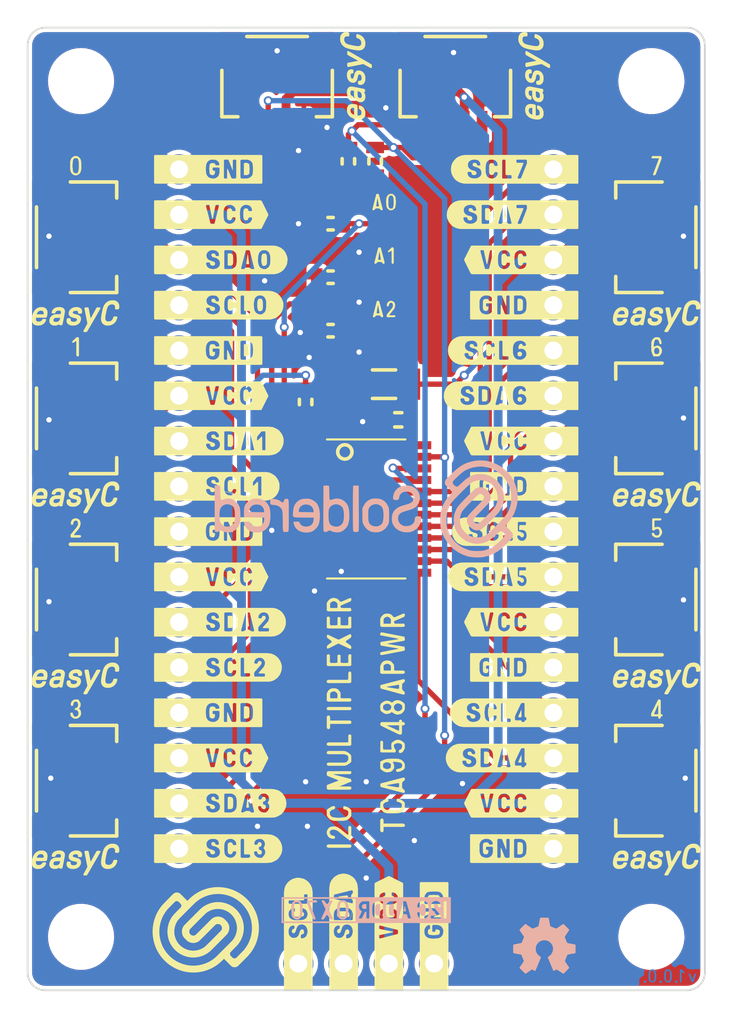
<source format=kicad_pcb>
(kicad_pcb (version 20210623) (generator pcbnew)
  (layers (0 "F.Cu" signal) (31 "B.Cu" signal) (34 "B.Paste" user) (35 "F.Paste" user) (36 "B.SilkS" user "B.Silkscreen") (37 "F.SilkS" user "F.Silkscreen") (38 "B.Mask" user) (39 "F.Mask" user) (44 "Edge.Cuts" user))
  (net 0 "")
  (net 1 "GND")
  (net 2 "VCC")
  (net 3 "A0")
  (net 4 "A1")
  (net 5 "A2")
  (net 6 "SCL")
  (net 7 "SDA")
  (net 8 "SDA4")
  (net 9 "SCL4")
  (net 10 "SDA0")
  (net 11 "SCL0")
  (net 12 "SDA1")
  (net 13 "SCL1")
  (net 14 "SDA5")
  (net 15 "SCL5")
  (net 16 "SDA2")
  (net 17 "SCL2")
  (net 18 "SDA6")
  (net 19 "SCL6")
  (net 20 "SDA3")
  (net 21 "SCL3")
  (net 22 "SDA7")
  (net 23 "SCL7")
  (net 24 "Net-(R4-Pad2)")
  (footprint "buzzardLabel" (layer "F.Cu") (at 131 106.85)
    (fp_text reference "")
    (fp_text value "")
  )
  (footprint "buzzardLabel" (layer "F.Cu") (at 119.7 102)
    (fp_text reference "")
    (fp_text value "")
  )
  (footprint "e-radionica.com footprinti:easyC-connector" (layer "F.Cu") (at 103 128.44 90)
    (fp_text reference "K18")
    (fp_text value "easyC-SMD")
  )
  (footprint "buzzardLabel" (layer "F.Cu") (at 131 117.01)
    (fp_text reference "")
    (fp_text value "")
  )
  (footprint "buzzardLabel" (layer "F.Cu") (at 106.4 96.69)
    (fp_text reference "")
    (fp_text value "")
  )
  (footprint "buzzardLabel" (layer "F.Cu") (at 114.89 140.6 90)
    (fp_text reference "")
    (fp_text value "")
  )
  (footprint "buzzardLabel" (layer "F.Cu") (at 106.4 122.09)
    (fp_text reference "")
    (fp_text value "")
  )
  (footprint "buzzardLabel" (layer "F.Cu") (at 106.4 114.47)
    (fp_text reference "")
    (fp_text value "")
  )
  (footprint "e-radionica.com footprinti:FIDUCIAL_23" (layer "F.Cu") (at 128.7 137.2)
    (fp_text reference "FD1")
    (fp_text value "FIDUCIAL")
  )
  (footprint "buzzardLabel" (layer "F.Cu") (at 122.51 140.6 90)
    (fp_text reference "")
    (fp_text value "")
  )
  (footprint "buzzardLabel" (layer "F.Cu") (at 131 132.25)
    (fp_text reference "")
    (fp_text value "")
  )
  (footprint "e-radionica.com footprinti:0603R" (layer "F.Cu") (at 116.7 97.2)
    (fp_text reference "R1")
    (fp_text value "10k")
  )
  (footprint "buzzardLabel" (layer "F.Cu") (at 106.4 127.17)
    (fp_text reference "")
    (fp_text value "")
  )
  (footprint "Soldered Graphics:Logo-Front-easyC-5mm" (layer "F.Cu") (at 102.4 122.68)
    (fp_text reference "G***" hide)
    (fp_text value "LOGO" hide)
  )
  (footprint "buzzardLabel" (layer "F.Cu") (at 120.2 125.2 90)
    (fp_text reference "")
    (fp_text value "")
  )
  (footprint "buzzardLabel" (layer "F.Cu") (at 131 101.77)
    (fp_text reference "")
    (fp_text value "")
  )
  (footprint "buzzardLabel" (layer "F.Cu") (at 106.4 117.01)
    (fp_text reference "")
    (fp_text value "")
  )
  (footprint "e-radionica.com footprinti:easyC-connector" (layer "F.Cu") (at 103 118.28 90)
    (fp_text reference "K14")
    (fp_text value "easyC-SMD")
  )
  (footprint "buzzardLabel" (layer "F.Cu") (at 106.4 106.85)
    (fp_text reference "")
    (fp_text value "")
  )
  (footprint "e-radionica.com footprinti:easyC-connector" (layer "F.Cu") (at 123.7 89.5)
    (fp_text reference "K2")
    (fp_text value "easyC-SMD")
  )
  (footprint "buzzardLabel" (layer "F.Cu") (at 131 109.39)
    (fp_text reference "")
    (fp_text value "")
  )
  (footprint "e-radionica.com footprinti:easyC-connector" (layer "F.Cu") (at 103 108.12 90)
    (fp_text reference "K10")
    (fp_text value "easyC-SMD")
  )
  (footprint "e-radionica.com footprinti:HEADER_MALE_4X1" (layer "F.Cu") (at 108.2 118.28 -90)
    (fp_text reference "K12")
    (fp_text value "HEADER_MALE_4X1")
  )
  (footprint "buzzardLabel" (layer "F.Cu") (at 135 124.44)
    (fp_text reference "")
    (fp_text value "")
  )
  (footprint "e-radionica.com footprinti:SMD_JUMPER" (layer "F.Cu") (at 119.7 97.2)
    (fp_text reference "JP1")
    (fp_text value "SMD_JUMPER")
  )
  (footprint "buzzardLabel" (layer "F.Cu") (at 106.4 132.25)
    (fp_text reference "")
    (fp_text value "")
  )
  (footprint "e-radionica.com footprinti:0603R" (layer "F.Cu") (at 119.2 93.7 -90)
    (fp_text reference "R6")
    (fp_text value "10k")
  )
  (footprint "buzzardLabel" (layer "F.Cu") (at 119.7 96)
    (fp_text reference "")
    (fp_text value "")
  )
  (footprint "buzzardLabel" (layer "F.Cu") (at 106.4 124.63)
    (fp_text reference "")
    (fp_text value "")
  )
  (footprint "e-radionica.com footprinti:TSSOP-24" (layer "F.Cu") (at 118.7 113.2)
    (fp_text reference "U1")
    (fp_text value "TCA9548APWR")
  )
  (footprint "buzzardLabel" (layer "F.Cu") (at 102.4 114.28)
    (fp_text reference "")
    (fp_text value "")
  )
  (footprint "e-radionica.com footprinti:easyC-connector" (layer "F.Cu") (at 134.4 108.12 -90)
    (fp_text reference "K15")
    (fp_text value "easyC-SMD")
  )
  (footprint "buzzardLabel" (layer "F.Cu") (at 131 111.93)
    (fp_text reference "")
    (fp_text value "")
  )
  (footprint "e-radionica.com footprinti:HEADER_MALE_4X1" (layer "F.Cu") (at 129.2 128.44 90)
    (fp_text reference "K4")
    (fp_text value "HEADER_MALE_4X1")
  )
  (footprint "buzzardLabel" (layer "F.Cu") (at 131 127.17)
    (fp_text reference "")
    (fp_text value "")
  )
  (footprint "e-radionica.com footprinti:0603R" (layer "F.Cu") (at 116.7 103.2)
    (fp_text reference "R3")
    (fp_text value "10k")
  )
  (footprint "buzzardLabel" (layer "F.Cu") (at 106.4 101.77)
    (fp_text reference "")
    (fp_text value "")
  )
  (footprint "e-radionica.com footprinti:HOLE_3.2mm" (layer "F.Cu") (at 102.7 89.2)
    (fp_text reference "H2" hide)
    (fp_text value "HOLE_3.2mm" hide)
  )
  (footprint "e-radionica.com footprinti:HOLE_3.2mm" (layer "F.Cu") (at 102.7 137.2)
    (fp_text reference "H1" hide)
    (fp_text value "HOLE_3.2mm" hide)
  )
  (footprint "e-radionica.com footprinti:easyC-connector" (layer "F.Cu") (at 134.4 118.28 -90)
    (fp_text reference "K11")
    (fp_text value "easyC-SMD")
  )
  (footprint "e-radionica.com footprinti:SMD_JUMPER" (layer "F.Cu") (at 119.7 103.2)
    (fp_text reference "JP3")
    (fp_text value "SMD_JUMPER")
  )
  (footprint "e-radionica.com footprinti:easyC-connector" (layer "F.Cu") (at 134.4 97.96 -90)
    (fp_text reference "K19")
    (fp_text value "easyC-SMD")
  )
  (footprint "Soldered Graphics:Logo-Front-easyC-5mm" (layer "F.Cu") (at 128.1 88.9 90)
    (fp_text reference "G***" hide)
    (fp_text value "LOGO" hide)
  )
  (footprint "buzzardLabel" (layer "F.Cu") (at 102.4 104.12)
    (fp_text reference "")
    (fp_text value "")
  )
  (footprint "e-radionica.com footprinti:0603R" (layer "F.Cu") (at 116.7 100.2)
    (fp_text reference "R2")
    (fp_text value "10k")
  )
  (footprint "e-radionica.com footprinti:HEADER_MALE_4X1" (layer "F.Cu") (at 129.2 97.96 90)
    (fp_text reference "K17")
    (fp_text value "HEADER_MALE_4X1")
  )
  (footprint "buzzardLabel" (layer "F.Cu") (at 102.4 124.44)
    (fp_text reference "")
    (fp_text value "")
  )
  (footprint "e-radionica.com footprinti:HOLE_3.2mm" (layer "F.Cu") (at 134.7 89.2)
    (fp_text reference "H4" hide)
    (fp_text value "HOLE_3.2mm" hide)
  )
  (footprint "e-radionica.com footprinti:easyC-connector" (layer "F.Cu") (at 134.4 128.44 -90)
    (fp_text reference "K6")
    (fp_text value "easyC-SMD")
  )
  (footprint "e-radionica.com footprinti:easyC-connector" (layer "F.Cu") (at 103 97.96 90)
    (fp_text reference "K7")
    (fp_text value "easyC-SMD")
  )
  (footprint "buzzardLabel" (layer "F.Cu") (at 131 99.23)
    (fp_text reference "")
    (fp_text value "")
  )
  (footprint "buzzardLabel" (layer "F.Cu") (at 131 129.71)
    (fp_text reference "")
    (fp_text value "")
  )
  (footprint "buzzardLabel" (layer "F.Cu") (at 119.7 99)
    (fp_text reference "")
    (fp_text value "")
  )
  (footprint "buzzardLabel" (layer "F.Cu") (at 106.4 119.55)
    (fp_text reference "")
    (fp_text value "")
  )
  (footprint "Soldered Graphics:Logo-Front-easyC-5mm" (layer "F.Cu") (at 135 122.68)
    (fp_text reference "G***" hide)
    (fp_text value "LOGO" hide)
  )
  (footprint "Soldered Graphics:Logo-Front-easyC-5mm" (layer "F.Cu") (at 102.4 112.52)
    (fp_text reference "G***" hide)
    (fp_text value "LOGO" hide)
  )
  (footprint "buzzardLabel" (layer "F.Cu") (at 106.4 129.71)
    (fp_text reference "")
    (fp_text value "")
  )
  (footprint "e-radionica.com footprinti:HEADER_MALE_4X1" (layer "F.Cu") (at 108.2 97.96 -90)
    (fp_text reference "K5")
    (fp_text value "HEADER_MALE_4X1")
  )
  (footprint "buzzardLabel" (layer "F.Cu") (at 131 96.69)
    (fp_text reference "")
    (fp_text value "")
  )
  (footprint "buzzardLabel" (layer "F.Cu") (at 131 94.15)
    (fp_text reference "")
    (fp_text value "")
  )
  (footprint "e-radionica.com footprinti:HOLE_3.2mm" (layer "F.Cu") (at 134.7 137.2)
    (fp_text reference "H3" hide)
    (fp_text value "HOLE_3.2mm" hide)
  )
  (footprint "e-radionica.com footprinti:HEADER_MALE_4X1" (layer "F.Cu") (at 129.2 108.12 90)
    (fp_text reference "K13")
    (fp_text value "HEADER_MALE_4X1")
  )
  (footprint "buzzardLabel" (layer "F.Cu") (at 106.4 109.39)
    (fp_text reference "")
    (fp_text value "")
  )
  (footprint "buzzardLabel" (layer "F.Cu") (at 106.4 94.15)
    (fp_text reference "")
    (fp_text value "")
  )
  (footprint "e-radionica.com footprinti:SMD_JUMPER" (layer "F.Cu") (at 119.7 100.2)
    (fp_text reference "JP2")
    (fp_text value "SMD_JUMPER")
  )
  (footprint "Soldered Graphics:Logo-Front-easyC-5mm" (layer "F.Cu") (at 102.4 102.36)
    (fp_text reference "G***" hide)
    (fp_text value "LOGO" hide)
  )
  (footprint "buzzardLabel" (layer "F.Cu") (at 135 93.96)
    (fp_text reference "")
    (fp_text value "")
  )
  (footprint "buzzardLabel" (layer "F.Cu") (at 131 122.09)
    (fp_text reference "")
    (fp_text value "")
  )
  (footprint "buzzardLabel" (layer "F.Cu") (at 135 114.28)
    (fp_text reference "")
    (fp_text value "")
  )
  (footprint "buzzardLabel" (layer "F.Cu") (at 131 124.63)
    (fp_text reference "")
    (fp_text value "")
  )
  (footprint "buzzardLabel" (layer "F.Cu") (at 106.4 99.23)
    (fp_text reference "")
    (fp_text value "")
  )
  (footprint "buzzardLabel" (layer "F.Cu") (at 106.4 104.31)
    (fp_text reference "")
    (fp_text value "")
  )
  (footprint "Soldered Graphics:Logo-Front-easyC-5mm" (layer "F.Cu") (at 135 112.52)
    (fp_text reference "G***" hide)
    (fp_text value "LOGO" hide)
  )
  (footprint "Soldered Graphics:Logo-Front-easyC-5mm" (layer "F.Cu") (at 102.4 132.84)
    (fp_text reference "G***" hide)
    (fp_text value "LOGO" hide)
  )
  (footprint "e-radionica.com footprinti:0603C" (layer "F.Cu") (at 120.5 108.2)
    (fp_text reference "C1")
    (fp_text value "100n")
  )
  (footprint "buzzardLabel" (layer "F.Cu") (at 135 104.12)
    (fp_text reference "")
    (fp_text value "")
  )
  (footprint "buzzardLabel" (layer "F.Cu") (at 102.4 93.96)
    (fp_text reference "")
    (fp_text value "")
  )
  (footprint "buzzardLabel" (layer "F.Cu") (at 131 104.31)
    (fp_text reference "")
    (fp_text value "")
  )
  (footprint "Soldered Graphics:Logo-Back-OSH-3.5mm" (layer "F.Cu") (at 128.7 137.7)
    (fp_text reference "G***" hide)
    (fp_text value "LOGO" hide)
  )
  (footprint "e-radionica.com footprinti:HEADER_MALE_4X1" (layer "F.Cu") (at 118.7 138.7 180)
    (fp_text reference "K3")
    (fp_text value "HEADER_MALE_4X1")
  )
  (footprint "e-radionica.com footprinti:easyC-connector" (layer "F.Cu") (at 113.7 89.5)
    (fp_text reference "K1")
    (fp_text value "easyC-SMD")
  )
  (footprint "buzzardLabel" (layer "F.Cu") (at 131 119.55)
    (fp_text reference "")
    (fp_text value "")
  )
  (footprint "buzzardLabel" (layer "F.Cu") (at 117.43 140.6 90)
    (fp_text reference "")
    (fp_text value "")
  )
  (footprint "buzzardLabel" (layer "F.Cu") (at 119.97 140.6 90)
    (fp_text reference "")
    (fp_text value "")
  )
  (footprint "Soldered Graphics:Logo-Back-SolderedFULL-17mm" (layer "F.Cu") (at 118.7 113.2)
    (fp_text reference "REF**" hide)
    (fp_text value "Logo-Front-SolderedFULL-17mm" hide)
  )
  (footprint "e-radionica.com footprinti:HEADER_MALE_4X1" (layer "F.Cu") (at 108.2 128.44 -90)
    (fp_text reference "K16")
    (fp_text value "HEADER_MALE_4X1")
  )
  (footprint "e-radionica.com footprinti:HEADER_MALE_4X1" (layer "F.Cu") (at 108.2 108.12 -90)
    (fp_text reference "K8")
    (fp_text value "HEADER_MALE_4X1")
  )
  (footprint "Soldered Graphics:Logo-Front-easyC-5mm" (layer "F.Cu") (at 118.1 88.9 90)
    (fp_text reference "G***" hide)
    (fp_text value "LOGO" hide)
  )
  (footprint "e-radionica.com footprinti:HEADER_MALE_4X1" (layer "F.Cu") (at 129.2 118.28 90)
    (fp_text reference "K9")
    (fp_text value "HEADER_MALE_4X1")
  )
  (footprint "e-radionica.com footprinti:1206C" (layer "F.Cu") (at 119.7 106.2 180)
    (fp_text reference "C2")
    (fp_text value "10u")
  )
  (footprint "e-radionica.com footprinti:0603R" (layer "F.Cu") (at 115.3 107.2 -90)
    (fp_text reference "R4")
    (fp_text value "10k")
  )
  (footprint "buzzardLabel" (layer "F.Cu") (at 131 114.47)
    (fp_text reference "")
    (fp_text value "")
  )
  (footprint "buzzardLabel" (layer "F.Cu") (at 117.2 125.2 90)
    (fp_text reference "")
    (fp_text value "")
  )
  (footprint "e-radionica.com footprinti:0603R" (layer "F.Cu") (at 117.7 93.7 -90)
    (fp_text reference "R5")
    (fp_text value "10k")
  )
  (footprint "Soldered Graphics:Logo-Front-easyC-5mm" (layer "F.Cu") (at 135 132.84)
    (fp_text reference "G***" hide)
    (fp_text value "LOGO" hide)
  )
  (footprint "Soldered Graphics:Logo-Front-easyC-5mm" (layer "F.Cu") (at 135 102.36)
    (fp_text reference "G***" hide)
    (fp_text value "LOGO" hide)
  )
  (footprint "Soldered Graphics:Logo-Front-Soldered-6mm" (layer "F.Cu") (at 109.7 136.8 90)
    (fp_text reference "G***" hide)
    (fp_text value "LOGO" hide)
  )
  (footprint "buzzardLabel" (layer "F.Cu") (at 106.4 111.93)
    (fp_text reference "")
    (fp_text value "")
  )
  (footprint "Soldered Graphics:Version1.0.0." (layer "B.Cu") (at 135.7 139.4 180)
    (fp_text reference "Ref**" hide)
    (fp_text value "Val**" hide)
  )
  (footprint "Soldered Graphics:Symbol-Front-I2C-ADDR-Field" (layer "B.Cu") (at 118.7 135.7 180)
    (fp_text reference "REF**" hide)
    (fp_text value "Symbol-Front-I2C-ADDR-Field" hide)
  )
  (footprint "buzzardLabel" (layer "B.Cu") (at 116.1 135.7 180)
    (fp_text reference "")
    (fp_text value "")
  )
  (gr_arc (start 100.7 139.2) (end 100.7 140.2) (angle 90) (layer "Edge.Cuts") (width 0.1))
  (gr_arc (start 100.7 87.2) (end 100.7 86.2) (angle -90) (layer "Edge.Cuts") (width 0.1))
  (gr_line (start 137.7 87.2) (end 137.7 139.2) (layer "Edge.Cuts") (width 0.1))
  (gr_arc (start 136.7 87.2) (end 136.7 86.2) (angle 90) (layer "Edge.Cuts") (width 0.1))
  (gr_arc (start 136.7 139.2) (end 136.7 140.2) (angle -90) (layer "Edge.Cuts") (width 0.1))
  (gr_line (start 136.7 140.2) (end 100.7 140.2) (layer "Edge.Cuts") (width 0.1))
  (gr_line (start 99.7 139.2) (end 99.7 87.2) (layer "Edge.Cuts") (width 0.1))
  (gr_line (start 100.7 86.2) (end 136.7 86.2) (layer "Edge.Cuts") (width 0.1))
  (via (at 118.3 98.8) (size 0.5) (drill 0.3) (layers "F.Cu" "B.Cu") (net 1))
  (via (at 118.7 133.9) (size 0.5) (drill 0.3) (layers "F.Cu" "B.Cu") (net 1))
  (via (at 100.9 97.9) (size 0.5) (drill 0.3) (layers "F.Cu" "B.Cu") (net 1))
  (via (at 115.5 104.7) (size 0.5) (drill 0.3) (layers "F.Cu" "B.Cu") (net 1))
  (via (at 119.8 90.7) (size 0.5) (drill 0.3) (layers "F.Cu" "B.Cu") (net 1))
  (via (at 115.8 117.8) (size 0.5) (drill 0.3) (layers "F.Cu" "B.Cu") (net 1))
  (via (at 114.9 97.2) (size 0.5) (drill 0.3) (layers "F.Cu" "B.Cu") (net 1))
  (via (at 124.1 128.6) (size 0.5) (drill 0.3) (layers "F.Cu" "B.Cu") (net 1))
  (via (at 101 128.3) (size 0.5) (drill 0.3) (layers "F.Cu" "B.Cu") (net 1))
  (via (at 113.4 114.4) (size 0.5) (drill 0.3) (layers "F.Cu" "B.Cu") (net 1))
  (via (at 118.3 101.6) (size 0.5) (drill 0.3) (layers "F.Cu" "B.Cu") (net 1))
  (via (at 100.9 118.4) (size 0.5) (drill 0.3) (layers "F.Cu" "B.Cu") (net 1))
  (via (at 121.4 131.8) (size 0.5) (drill 0.3) (layers "F.Cu" "B.Cu") (net 1))
  (via (at 123.6 87.6) (size 0.5) (drill 0.3) (layers "F.Cu" "B.Cu") (net 1))
  (via (at 115 103.3) (size 0.5) (drill 0.3) (layers "F.Cu" "B.Cu") (net 1))
  (via (at 100.9 108.2) (size 0.5) (drill 0.3) (layers "F.Cu" "B.Cu") (net 1))
  (via (at 116.5 91.8) (size 0.5) (drill 0.3) (layers "F.Cu" "B.Cu") (net 1))
  (via (at 136.6 128.3) (size 0.5) (drill 0.3) (layers "F.Cu" "B.Cu") (net 1))
  (via (at 112.6 131) (size 0.5) (drill 0.3) (layers "F.Cu" "B.Cu") (net 1))
  (via (at 136.5 97.9) (size 0.5) (drill 0.3) (layers "F.Cu" "B.Cu") (net 1))
  (via (at 113 100.4) (size 0.5) (drill 0.3) (layers "F.Cu" "B.Cu") (net 1))
  (via (at 118.7 128.5) (size 0.5) (drill 0.3) (layers "F.Cu" "B.Cu") (net 1))
  (via (at 114.9 93.1) (size 0.5) (drill 0.3) (layers "F.Cu" "B.Cu") (net 1))
  (via (at 118.3 104.4) (size 0.5) (drill 0.3) (layers "F.Cu" "B.Cu") (net 1))
  (via (at 117.3 116.7) (size 0.5) (drill 0.3) (layers "F.Cu" "B.Cu") (net 1))
  (via (at 113.7 87.5) (size 0.5) (drill 0.3) (layers "F.Cu" "B.Cu") (net 1))
  (via (at 115.4 131) (size 0.5) (drill 0.3) (layers "F.Cu" "B.Cu") (net 1))
  (via (at 115.3 128.5) (size 0.5) (drill 0.3) (layers "F.Cu" "B.Cu") (net 1))
  (via (at 136.5 108.1) (size 0.5) (drill 0.3) (layers "F.Cu" "B.Cu") (net 1))
  (via (at 118.5 108.3) (size 0.5) (drill 0.3) (layers "F.Cu" "B.Cu") (net 1))
  (via (at 136.5 118.3) (size 0.5) (drill 0.3) (layers "F.Cu" "B.Cu") (net 1))
  (segment (start 107.43 107.62) (end 108.2 106.85) (width 0.3) (layer "F.Cu") (net 2))
  (segment (start 129.97 108.62) (end 129.2 109.39) (width 0.3) (layer "F.Cu") (net 2))
  (segment (start 132.25 98.46) (end 129.97 98.46) (width 0.3) (layer "F.Cu") (net 2))
  (segment (start 120.05 97.2) (end 120.05 100.2) (width 0.3) (layer "F.Cu") (net 2))
  (segment (start 114.6 89.8) (end 123.9 89.8) (width 0.5) (layer "F.Cu") (net 2))
  (segment (start 106.54 97.46) (end 107.31 96.69) (width 0.3) (layer "F.Cu") (net 2))
  (segment (start 121.23 109.255) (end 121.6 109.625) (width 0.3) (layer "F.Cu") (net 2))
  (segment (start 123.7 106.2) (end 124.2 105.7) (width 0.3) (layer "F.Cu") (net 2))
  (segment (start 132.25 108.62) (end 129.97 108.62) (width 0.3) (layer "F.Cu") (net 2))
  (segment (start 106.46 127.94) (end 107.23 127.17) (width 0.3) (layer "F.Cu") (net 2))
  (segment (start 120.05 103.2) (end 120.05 103.85) (width 0.3) (layer "F.Cu") (net 2))
  (segment (start 120.05 96.05) (end 120.05 97.2) (width 0.3) (layer "F.Cu") (net 2))
  (segment (start 106.42 117.78) (end 107.19 117.01) (width 0.3) (layer "F.Cu") (net 2))
  (segment (start 121.225 106.2) (end 123.7 106.2) (width 0.3) (layer "F.Cu") (net 2))
  (segment (start 105.15 127.94) (end 106.46 127.94) (width 0.3) (layer "F.Cu") (net 2))
  (segment (start 131.26 128.94) (end 130.49 129.71) (width 0.3) (layer "F.Cu") (net 2))
  (segment (start 119.2 94.475) (end 117.7 94.475) (width 0.3) (layer "F.Cu") (net 2))
  (segment (start 105.15 107.62) (end 107.43 107.62) (width 0.3) (layer "F.Cu") (net 2))
  (segment (start 121.23 108.2) (end 121.23 109.255) (width 0.3) (layer "F.Cu") (net 2))
  (segment (start 119.2 94.475) (end 119.2 95.2) (width 0.3) (layer "F.Cu") (net 2))
  (segment (start 124.2 90.1) (end 124.2 91.65) (width 0.5) (layer "F.Cu") (net 2))
  (segment (start 123.9 89.8) (end 124.2 90.1) (width 0.5) (layer "F.Cu") (net 2))
  (segment (start 107.23 127.17) (end 108.2 127.17) (width 0.3) (layer "F.Cu") (net 2))
  (segment (start 114.2 90.2) (end 114.6 89.8) (width 0.5) (layer "F.Cu") (net 2))
  (segment (start 131.12 118.78) (end 130.35 119.55) (width 0.3) (layer "F.Cu") (net 2))
  (segment (start 119.2 95.2) (end 120.05 96.05) (width 0.3) (layer "F.Cu") (net 2))
  (segment (start 132.25 118.78) (end 131.12 118.78) (width 0.3) (layer "F.Cu") (net 2))
  (segment (start 121.225 106.2) (end 121.225 108.195) (width 0.3) (layer "F.Cu") (net 2))
  (segment (start 129.97 98.46) (end 129.2 99.23) (width 0.3) (layer "F.Cu") (net 2))
  (segment (start 107.31 96.69) (end 108.2 96.69) (width 0.3) (layer "F.Cu") (net 2))
  (segment (start 130.35 119.55) (end 129.2 119.55) (width 0.3) (layer "F.Cu") (net 2))
  (segment (start 114.2 91.65) (end 114.2 90.2) (width 0.5) (layer "F.Cu") (net 2))
  (segment (start 107.19 117.01) (end 108.2 117.01) (width 0.3) (layer "F.Cu") (net 2))
  (segment (start 121.225 108.195) (end 121.23 108.2) (width 0.3) (layer "F.Cu") (net 2))
  (segment (start 105.15 117.78) (end 106.42 117.78) (width 0.3) (layer "F.Cu") (net 2))
  (segment (start 121.225 105.025) (end 121.225 106.2) (width 0.3) (layer "F.Cu") (net 2))
  (segment (start 132.25 128.94) (end 131.26 128.94) (width 0.3) (layer "F.Cu") (net 2))
  (segment (start 120.05 100.2) (end 120.05 103.2) (width 0.3) (layer "F.Cu") (net 2))
  (segment (start 120.05 103.85) (end 121.225 105.025) (width 0.3) (layer "F.Cu") (net 2))
  (segment (start 115.3 106.425) (end 115.3 105.7) (width 0.3) (layer "F.Cu") (net 2))
  (segment (start 130.49 129.71) (end 129.2 129.71) (width 0.3) (layer "F.Cu") (net 2))
  (segment (start 105.15 97.46) (end 106.54 97.46) (width 0.3) (layer "F.Cu") (net 2))
  (via (at 115.3 105.7) (size 0.5) (drill 0.3) (layers "F.Cu" "B.Cu") (net 2))
  (via (at 124.2 105.7) (size 0.5) (drill 0.3) (layers "F.Cu" "B.Cu") (net 2))
  (via (at 124.2 90.1) (size 0.5) (drill 0.3) (layers "F.Cu" "B.Cu") (net 2))
  (segment (start 126.1 110.6) (end 126.1 103.9) (width 0.5) (layer "B.Cu") (net 2))
  (segment (start 119.97 133.27) (end 119.97 138.7) (width 0.5) (layer "B.Cu") (net 2))
  (segment (start 124.39 129.71) (end 126.1 128) (width 0.5) (layer "B.Cu") (net 2))
  (segment (start 112.9 105.7) (end 111.7 106.9) (width 0.3) (layer "B.Cu") (net 2))
  (segment (start 111.7 108.1) (end 110.45 106.85) (width 0.5) (layer "B.Cu") (net 2))
  (segment (start 111.7 97.7) (end 111.7 106.9) (width 0.5) (layer "B.Cu") (net 2))
  (segment (start 110.37 127.17) (end 111.7 128.5) (width 0.5) (layer "B.Cu") (net 2))
  (segment (start 111.7 118.3) (end 111.7 126.3) (width 0.5) (layer "B.Cu") (net 2))
  (segment (start 111.7 126.3) (end 111.7 128.5) (width 0.5) (layer "B.Cu") (net 2))
  (segment (start 108.2 127.17) (end 110.37 127.17) (width 0.5) (layer "B.Cu") (net 2))
  (segment (start 110.45 106.85) (end 108.2 106.85) (width 0.5) (layer "B.Cu") (net 2))
  (segment (start 124.39 129.71) (end 112.91 129.71) (width 0.5) (layer "B.Cu") (net 2))
  (segment (start 111.7 106.9) (end 111.7 108.1) (width 0.5) (layer "B.Cu") (net 2))
  (segment (start 124.2 105.7) (end 126 103.9) (width 0.3) (layer "B.Cu") (net 2))
  (segment (start 126.1 110.6) (end 127.31 109.39) (width 0.5) (layer "B.Cu") (net 2))
  (segment (start 111.7 118.3) (end 110.41 117.01) (width 0.5) (layer "B.Cu") (net 2))
  (segment (start 110.69 96.69) (end 111.7 97.7) (width 0.5) (layer "B.Cu") (net 2))
  (segment (start 111.7 108.1) (end 111.7 118.3) (width 0.5) (layer "B.Cu") (net 2))
  (segment (start 116.4 129.7) (end 119.97 133.27) (width 0.5) (layer "B.Cu") (net 2))
  (segment (start 126 103.9) (end 126.1 103.9) (width 0.3) (layer "B.Cu") (net 2))
  (segment (start 126.1 103.2) (end 126.1 100.5) (width 0.5) (layer "B.Cu") (net 2))
  (segment (start 126.1 103.9) (end 126.1 103.2) (width 0.5) (layer "B.Cu") (net 2))
  (segment (start 126.1 126.6) (end 126.1 120.3) (width 0.5) (layer "B.Cu") (net 2))
  (segment (start 127.37 99.23) (end 129.2 99.23) (width 0.5) (layer "B.Cu") (net 2))
  (segment (start 126.1 100.5) (end 126.1 92) (width 0.5) (layer "B.Cu") (net 2))
  (segment (start 126.1 92) (end 124.2 90.1) (width 0.5) (layer "B.Cu") (net 2))
  (segment (start 108.2 96.69) (end 110.69 96.69) (width 0.5) (layer "B.Cu") (net 2))
  (segment (start 115.3 105.7) (end 112.9 105.7) (width 0.3) (layer "B.Cu") (net 2))
  (segment (start 111.7 128.5) (end 112.9 129.7) (width 0.5) (layer "B.Cu") (net 2))
  (segment (start 126.1 100.5) (end 127.37 99.23) (width 0.5) (layer "B.Cu") (net 2))
  (segment (start 126.1 120.3) (end 126.1 110.6) (width 0.5) (layer "B.Cu") (net 2))
  (segment (start 126.1 120.3) (end 126.85 119.55) (width 0.5) (layer "B.Cu") (net 2))
  (segment (start 112.91 129.71) (end 112.9 129.7) (width 0.5) (layer "B.Cu") (net 2))
  (segment (start 129.2 129.71) (end 124.39 129.71) (width 0.5) (layer "B.Cu") (net 2))
  (segment (start 126.85 119.55) (end 129.2 119.55) (width 0.5) (layer "B.Cu") (net 2))
  (segment (start 112.9 129.7) (end 116.4 129.7) (width 0.5) (layer "B.Cu") (net 2))
  (segment (start 126.1 128) (end 126.1 126.6) (width 0.5) (layer "B.Cu") (net 2))
  (segment (start 127.31 109.39) (end 129.2 109.39) (width 0.5) (layer "B.Cu") (net 2))
  (segment (start 110.41 117.01) (end 108.2 117.01) (width 0.5) (layer "B.Cu") (net 2))
  (segment (start 114.625 109.625) (end 114.1 109.1) (width 0.3) (layer "F.Cu") (net 3))
  (segment (start 114.1 109.1) (end 114.1 103) (width 0.3) (layer "F.Cu") (net 3))
  (segment (start 115.8 109.625) (end 114.625 109.625) (width 0.3) (layer "F.Cu") (net 3))
  (segment (start 118.3 97.2) (end 117.475 97.2) (width 0.3) (layer "F.Cu") (net 3))
  (segment (start 119.35 97.2) (end 118.3 97.2) (width 0.3) (layer "F.Cu") (net 3))
  (via (at 114.1 103) (size 0.5) (drill 0.3) (layers "F.Cu" "B.Cu") (net 3))
  (via (at 118.3 97.2) (size 0.5) (drill 0.3) (layers "F.Cu" "B.Cu") (net 3))
  (segment (start 114.1 103) (end 114.1 101.4) (width 0.3) (layer "B.Cu") (net 3))
  (segment (start 114.1 101.4) (end 118.3 97.2) (width 0.3) (layer "B.Cu") (net 3))
  (segment (start 117.475 101.025) (end 117.475 100.2) (width 0.3) (layer "F.Cu") (net 4))
  (segment (start 115.8 110.275) (end 115.775 110.3) (width 0.3) (layer "F.Cu") (net 4))
  (segment (start 113.9 110.3) (end 113.4 109.8) (width 0.3) (layer "F.Cu") (net 4))
  (segment (start 113.4 102.7) (end 114.4 101.7) (width 0.3) (layer "F.Cu") (net 4))
  (segment (start 116.8 101.7) (end 117.475 101.025) (width 0.3) (layer "F.Cu") (net 4))
  (segment (start 117.475 100.2) (end 119.35 100.2) (width 0.3) (layer "F.Cu") (net 4))
  (segment (start 115.775 110.3) (end 113.9 110.3) (width 0.3) (layer "F.Cu") (net 4))
  (segment (start 113.4 109.8) (end 113.4 102.7) (width 0.3) (layer "F.Cu") (net 4))
  (segment (start 114.4 101.7) (end 116.8 101.7) (width 0.3) (layer "F.Cu") (net 4))
  (segment (start 117.475 103.2) (end 119.35 103.2) (width 0.3) (layer "F.Cu") (net 5))
  (segment (start 121.6 111.575) (end 119.175 111.575) (width 0.3) (layer "F.Cu") (net 5))
  (segment (start 116.6 104.7) (end 117.475 103.825) (width 0.3) (layer "F.Cu") (net 5))
  (segment (start 119.175 111.575) (end 117.79952 110.19952) (width 0.3) (layer "F.Cu") (net 5))
  (segment (start 117.79952 108.993093) (end 116.6 107.793573) (width 0.3) (layer "F.Cu") (net 5))
  (segment (start 117.475 103.825) (end 117.475 103.2) (width 0.3) (layer "F.Cu") (net 5))
  (segment (start 117.79952 110.19952) (end 117.79952 108.993093) (width 0.3) (layer "F.Cu") (net 5))
  (segment (start 116.6 107.793573) (end 116.6 104.7) (width 0.3) (layer "F.Cu") (net 5))
  (segment (start 113.3 94) (end 112.2 92.9) (width 0.3) (layer "F.Cu") (net 6))
  (segment (start 118.25 91.65) (end 122.2 91.65) (width 0.3) (layer "F.Cu") (net 6))
  (segment (start 117.9 92) (end 118.25 91.65) (width 0.3) (layer "F.Cu") (net 6))
  (segment (start 117.9 92) (end 117.7 92.2) (width 0.3) (layer "F.Cu") (net 6))
  (segment (start 116.1 94) (end 113.3 94) (width 0.3) (layer "F.Cu") (net 6))
  (segment (start 114.89 134.91) (end 121.9 127.9) (width 0.3) (layer "F.Cu") (net 6))
  (segment (start 117.7 92.925) (end 117.175 92.925) (width 0.3) (layer "F.Cu") (net 6))
  (segment (start 120.225 110.925) (end 121.6 110.925) (width 0.3) (layer "F.Cu") (net 6))
  (segment (start 117.7 92.2) (end 117.7 92.925) (width 0.3) (layer "F.Cu") (net 6))
  (segment (start 120.2 110.9) (end 120.225 110.925) (width 0.3) (layer "F.Cu") (net 6))
  (segment (start 121.9 127.9) (end 122 127.8) (width 0.3) (layer "F.Cu") (net 6))
  (segment (start 117.175 92.925) (end 116.1 94) (width 0.3) (layer "F.Cu") (net 6))
  (segment (start 122 127.8) (end 122 124.4) (width 0.3) (layer "F.Cu") (net 6))
  (segment (start 114.89 138.7) (end 114.89 134.91) (width 0.3) (layer "F.Cu") (net 6))
  (segment (start 112.2 92.9) (end 112.2 91.65) (width 0.3) (layer "F.Cu") (net 6))
  (via (at 122 124.4) (size 0.5) (drill 0.3) (layers "F.Cu" "B.Cu") (net 6))
  (via (at 117.9 92) (size 0.5) (drill 0.3) (layers "F.Cu" "B.Cu") (net 6))
  (via (at 120.2 110.9) (size 0.5) (drill 0.3) (layers "F.Cu" "B.Cu") (net 6))
  (segment (start 117.9 92) (end 122 96.1) (width 0.3) (layer "B.Cu") (net 6))
  (segment (start 122 112.7) (end 122 124.4) (width 0.3) (layer "B.Cu") (net 6))
  (segment (start 120.2 110.9) (end 122 112.7) (width 0.3) (layer "B.Cu") (net 6))
  (segment (start 122 96.1) (end 122 112.7) (width 0.3) (layer "B.Cu") (net 6))
  (segment (start 123.2 93) (end 123.2 91.65) (width 0.3) (layer "F.Cu") (net 7))
  (segment (start 123.075 110.275) (end 123.1 110.3) (width 0.3) (layer "F.Cu") (net 7))
  (segment (start 117.43 133.87) (end 117.43 138.7) (width 0.3) (layer "F.Cu") (net 7))
  (segment (start 119.2 92.925) (end 120.725 92.925) (width 0.3) (layer "F.Cu") (net 7))
  (segment (start 122.7 93.5) (end 123.2 93) (width 0.3) (layer "F.Cu") (net 7))
  (segment (start 123.1 125.9) (end 123.1 128.2) (width 0.3) (layer "F.Cu") (net 7))
  (segment (start 113.2 90.3) (end 113.2 91.65) (width 0.3) (layer "F.Cu") (net 7))
  (segment (start 120.725 92.925) (end 121.3 93.5) (width 0.3) (layer "F.Cu") (net 7))
  (segment (start 121.6 110.275) (end 123.075 110.275) (width 0.3) (layer "F.Cu") (net 7))
  (segment (start 123.1 128.2) (end 117.43 133.87) (width 0.3) (layer "F.Cu") (net 7))
  (segment (start 121.3 93.5) (end 122.7 93.5) (width 0.3) (layer "F.Cu") (net 7))
  (via (at 120.225 92.925) (size 0.5) (drill 0.3) (layers "F.Cu" "B.Cu") (net 7))
  (via (at 113.2 90.3) (size 0.5) (drill 0.3) (layers "F.Cu" "B.Cu") (net 7))
  (via (at 123.1 125.9) (size 0.5) (drill 0.3) (layers "F.Cu" "B.Cu") (net 7))
  (via (at 123.1 110.3) (size 0.5) (drill 0.3) (layers "F.Cu" "B.Cu") (net 7))
  (segment (start 123.1 110.3) (end 123.1 95.8) (width 0.3) (layer "B.Cu") (net 7))
  (segment (start 120.225 92.925) (end 117.6 90.3) (width 0.3) (layer "B.Cu") (net 7))
  (segment (start 123.1 125.9) (end 123.1 110.3) (width 0.3) (layer "B.Cu") (net 7))
  (segment (start 117.6 90.3) (end 113.2 90.3) (width 0.3) (layer "B.Cu") (net 7))
  (segment (start 123.1 95.8) (end 120.225 92.925) (width 0.3) (layer "B.Cu") (net 7))
  (segment (start 130.64 127.94) (end 129.87 127.17) (width 0.3) (layer "F.Cu") (net 8))
  (segment (start 125.97 127.17) (end 121.6 122.8) (width 0.3) (layer "F.Cu") (net 8))
  (segment (start 129.2 127.17) (end 125.97 127.17) (width 0.3) (layer "F.Cu") (net 8))
  (segment (start 132.25 127.94) (end 130.64 127.94) (width 0.3) (layer "F.Cu") (net 8))
  (segment (start 121.6 122.8) (end 121.6 116.775) (width 0.3) (layer "F.Cu") (net 8))
  (segment (start 129.87 127.17) (end 129.2 127.17) (width 0.3) (layer "F.Cu") (net 8))
  (segment (start 123.225 116.125) (end 121.6 116.125) (width 0.3) (layer "F.Cu") (net 9))
  (segment (start 132.25 126.94) (end 129.94 124.63) (width 0.3) (layer "F.Cu") (net 9))
  (segment (start 124.8 117.7) (end 123.225 116.125) (width 0.3) (layer "F.Cu") (net 9))
  (segment (start 124.8 120.23) (end 124.8 117.7) (width 0.3) (layer "F.Cu") (net 9))
  (segment (start 129.94 124.63) (end 129.2 124.63) (width 0.3) (layer "F.Cu") (net 9))
  (segment (start 129.2 124.63) (end 124.8 120.23) (width 0.3) (layer "F.Cu") (net 9))
  (segment (start 112.6 110.2) (end 113.975 111.575) (width 0.3) (layer "F.Cu") (net 10))
  (segment (start 112.6 102.5) (end 112.6 110.2) (width 0.3) (layer "F.Cu") (net 10))
  (segment (start 113.975 111.575) (end 115.8 111.575) (width 0.3) (layer "F.Cu") (net 10))
  (segment (start 109.33 99.23) (end 112.6 102.5) (width 0.3) (layer "F.Cu") (net 10))
  (segment (start 108.2 99.23) (end 109.33 99.23) (width 0.3) (layer "F.Cu") (net 10))
  (segment (start 105.15 98.46) (end 107.43 98.46) (width 0.3) (layer "F.Cu") (net 10))
  (segment (start 107.43 98.46) (end 108.2 99.23) (width 0.3) (layer "F.Cu") (net 10))
  (segment (start 113.625 112.225) (end 115.8 112.225) (width 0.3) (layer "F.Cu") (net 11))
  (segment (start 110.47 101.77) (end 111.7 103) (width 0.3) (layer "F.Cu") (net 11))
  (segment (start 111.7 110.3) (end 113.625 112.225) (width 0.3) (layer "F.Cu") (net 11))
  (segment (start 105.15 99.46) (end 105.16 99.46) (width 0.3) (layer "F.Cu") (net 11))
  (segment (start 105.16 99.46) (end 107.47 101.77) (width 0.3) (layer "F.Cu") (net 11))
  (segment (start 108.2 101.77) (end 110.47 101.77) (width 0.3) (layer "F.Cu") (net 11))
  (segment (start 111.7 103) (end 111.7 110.3) (width 0.3) (layer "F.Cu") (net 11))
  (segment (start 107.47 101.77) (end 108.2 101.77) (width 0.3) (layer "F.Cu") (net 11))
  (segment (start 113.175 112.875) (end 115.8 112.875) (width 0.3) (layer "F.Cu") (net 12))
  (segment (start 105.15 108.62) (end 106.52 108.62) (width 0.3) (layer "F.Cu") (net 12))
  (segment (start 106.52 108.62) (end 107.3 109.4) (width 0.3) (layer "F.Cu") (net 12))
  (segment (start 109.69 109.39) (end 113.175 112.875) (width 0.3) (layer "F.Cu") (net 12))
  (segment (start 107.3 109.4) (end 108.19 109.4) (width 0.3) (layer "F.Cu") (net 12))
  (segment (start 108.19 109.4) (end 108.2 109.39) (width 0.3) (layer "F.Cu") (net 12))
  (segment (start 108.2 109.39) (end 109.69 109.39) (width 0.3) (layer "F.Cu") (net 12))
  (segment (start 112.625 113.525) (end 115.8 113.525) (width 0.3) (layer "F.Cu") (net 13))
  (segment (start 105.15 109.62) (end 105.22 109.62) (width 0.3) (layer "F.Cu") (net 13))
  (segment (start 107.53 111.93) (end 108.2 111.93) (width 0.3) (layer "F.Cu") (net 13))
  (segment (start 108.2 111.93) (end 111.03 111.93) (width 0.3) (layer "F.Cu") (net 13))
  (segment (start 111.03 111.93) (end 112.625 113.525) (width 0.3) (layer "F.Cu") (net 13))
  (segment (start 105.22 109.62) (end 107.53 111.93) (width 0.3) (layer "F.Cu") (net 13))
  (segment (start 125.11 117.01) (end 123.575 115.475) (width 0.3) (layer "F.Cu") (net 14))
  (segment (start 129.2 117.01) (end 125.11 117.01) (width 0.3) (layer "F.Cu") (net 14))
  (segment (start 130.98 117.78) (end 130.21 117.01) (width 0.3) (layer "F.Cu") (net 14))
  (segment (start 130.21 117.01) (end 129.2 117.01) (width 0.3) (layer "F.Cu") (net 14))
  (segment (start 123.575 115.475) (end 121.6 115.475) (width 0.3) (layer "F.Cu") (net 14))
  (segment (start 132.25 117.78) (end 130.98 117.78) (width 0.3) (layer "F.Cu") (net 14))
  (segment (start 127.63 114.47) (end 127.275 114.825) (width 0.3) (layer "F.Cu") (net 15))
  (segment (start 132.25 116.78) (end 132.25 116.75) (width 0.3) (layer "F.Cu") (net 15))
  (segment (start 132.25 116.75) (end 129.97 114.47) (width 0.3) (layer "F.Cu") (net 15))
  (segment (start 129.97 114.47) (end 129.2 114.47) (width 0.3) (layer "F.Cu") (net 15))
  (segment (start 129.2 114.47) (end 127.63 114.47) (width 0.3) (layer "F.Cu") (net 15))
  (segment (start 127.275 114.825) (end 121.6 114.825) (width 0.3) (layer "F.Cu") (net 15))
  (segment (start 108.2 119.55) (end 109.25 119.55) (width 0.3) (layer "F.Cu") (net 16))
  (segment (start 105.15 118.78) (end 106.48 118.78) (width 0.3) (layer "F.Cu") (net 16))
  (segment (start 106.48 118.78) (end 107.25 119.55) (width 0.3) (layer "F.Cu") (net 16))
  (segment (start 107.25 119.55) (end 108.2 119.55) (width 0.3) (layer "F.Cu") (net 16))
  (segment (start 109.25 119.55) (end 114.625 114.175) (width 0.3) (layer "F.Cu") (net 16))
  (segment (start 114.625 114.175) (end 115.8 114.175) (width 0.3) (layer "F.Cu") (net 16))
  (segment (start 112.2 120.1) (end 112.2 117.387144) (width 0.3) (layer "F.Cu") (net 17))
  (segment (start 114.762144 114.825) (end 115.8 114.825) (width 0.3) (layer "F.Cu") (net 17))
  (segment (start 105.15 119.78) (end 105.18 119.78) (width 0.3) (layer "F.Cu") (net 17))
  (segment (start 105.18 119.78) (end 107.49 122.09) (width 0.3) (layer "F.Cu") (net 17))
  (segment (start 107.49 122.09) (end 108.2 122.09) (width 0.3) (layer "F.Cu") (net 17))
  (segment (start 110.21 122.09) (end 112.2 120.1) (width 0.3) (layer "F.Cu") (net 17))
  (segment (start 108.2 122.09) (end 110.21 122.09) (width 0.3) (layer "F.Cu") (net 17))
  (segment (start 112.2 117.387144) (end 114.762144 114.825) (width 0.3) (layer "F.Cu") (net 17))
  (segment (start 124.925 114.175) (end 121.6 114.175) (width 0.3) (layer "F.Cu") (net 18))
  (segment (start 126.8 112.3) (end 124.925 114.175) (width 0.3) (layer "F.Cu") (net 18))
  (segment (start 126.8 109.25) (end 126.8 112.3) (width 0.3) (layer "F.Cu") (net 18))
  (segment (start 131.12 107.62) (end 130.35 106.85) (width 0.3) (layer "F.Cu") (net 18))
  (segment (start 132.25 107.62) (end 131.12 107.62) (width 0.3) (layer "F.Cu") (net 18))
  (segment (start 130.35 106.85) (end 129.2 106.85) (width 0.3) (layer "F.Cu") (net 18))
  (segment (start 129.2 106.85) (end 126.8 109.25) (width 0.3) (layer "F.Cu") (net 18))
  (segment (start 132.22 106.62) (end 129.91 104.31) (width 0.3) (layer "F.Cu") (net 19))
  (segment (start 126.1 111.9) (end 124.475 113.525) (width 0.3) (layer "F.Cu") (net 19))
  (segment (start 129.2 104.31) (end 127.99 104.31) (width 0.3) (layer "F.Cu") (net 19))
  (segment (start 132.25 106.62) (end 132.22 106.62) (width 0.3) (layer "F.Cu") (net 19))
  (segment (start 129.91 104.31) (end 129.2 104.31) (width 0.3) (layer "F.Cu") (net 19))
  (segment (start 126.1 106.2) (end 126.1 111.9) (width 0.3) (layer "F.Cu") (net 19))
  (segment (start 124.475 113.525) (end 121.6 113.525) (width 0.3) (layer "F.Cu") (net 19))
  (segment (start 127.99 104.31) (end 126.1 106.2) (width 0.3) (layer "F.Cu") (net 19))
  (segment (start 114.818572 115.475) (end 115.8 115.475) (width 0.3) (layer "F.Cu") (net 20))
  (segment (start 112.9 126.843572) (end 112.9 117.393572) (width 0.3) (layer "F.Cu") (net 20))
  (segment (start 108.2 129.71) (end 110.033572 129.71) (width 0.3) (layer "F.Cu") (net 20))
  (segment (start 105.15 128.94) (end 106.64 128.94) (width 0.3) (layer "F.Cu") (net 20))
  (segment (start 106.64 128.94) (end 107.41 129.71) (width 0.3) (layer "F.Cu") (net 20))
  (segment (start 107.41 129.71) (end 108.2 129.71) (width 0.3) (layer "F.Cu") (net 20))
  (segment (start 110.033572 129.71) (end 112.9 126.843572) (width 0.3) (layer "F.Cu") (net 20))
  (segment (start 112.9 117.393572) (end 114.818572 115.475) (width 0.3) (layer "F.Cu") (net 20))
  (segment (start 107.45 132.25) (end 108.2 132.25) (width 0.3) (layer "F.Cu") (net 21))
  (segment (start 109.15 132.25) (end 113.6 127.8) (width 0.3) (layer "F.Cu") (net 21))
  (segment (start 113.6 117.4) (end 114.875 116.125) (width 0.3) (layer "F.Cu") (net 21))
  (segment (start 105.15 129.94) (end 105.15 129.95) (width 0.3) (layer "F.Cu") (net 21))
  (segment (start 114.875 116.125) (end 115.8 116.125) (width 0.3) (layer "F.Cu") (net 21))
  (segment (start 108.2 132.25) (end 109.15 132.25) (width 0.3) (layer "F.Cu") (net 21))
  (segment (start 105.15 129.95) (end 107.45 132.25) (width 0.3) (layer "F.Cu") (net 21))
  (segment (start 113.6 127.8) (end 113.6 117.4) (width 0.3) (layer "F.Cu") (net 21))
  (segment (start 130.39 96.69) (end 129.2 96.69) (width 0.3) (layer "F.Cu") (net 22))
  (segment (start 127.21 96.69) (end 125.6 98.3) (width 0.3) (layer "F.Cu") (net 22))
  (segment (start 132.25 97.46) (end 131.16 97.46) (width 0.3) (layer "F.Cu") (net 22))
  (segment (start 125.6 98.3) (end 125.6 111.3) (width 0.3) (layer "F.Cu") (net 22))
  (segment (start 131.16 97.46) (end 130.39 96.69) (width 0.3) (layer "F.Cu") (net 22))
  (segment (start 129.2 96.69) (end 127.21 96.69) (width 0.3) (layer "F.Cu") (net 22))
  (segment (start 124.025 112.875) (end 121.6 112.875) (width 0.3) (layer "F.Cu") (net 22))
  (segment (start 125.6 111.3) (end 124.025 112.875) (width 0.3) (layer "F.Cu") (net 22))
  (segment (start 125.10048 110.89952) (end 123.775 112.225) (width 0.3) (layer "F.Cu") (net 23))
  (segment (start 127.85 94.15) (end 125.10048 96.89952) (width 0.3) (layer "F.Cu") (net 23))
  (segment (start 132.25 96.46) (end 132.25 96.45) (width 0.3) (layer "F.Cu") (net 23))
  (segment (start 129.2 94.15) (end 127.85 94.15) (width 0.3) (layer "F.Cu") (net 23))
  (segment (start 123.775 112.225) (end 121.6 112.225) (width 0.3) (layer "F.Cu") (net 23))
  (segment (start 125.10048 96.89952) (end 125.10048 110.89952) (width 0.3) (layer "F.Cu") (net 23))
  (segment (start 132.25 96.45) (end 129.95 94.15) (width 0.3) (layer "F.Cu") (net 23))
  (segment (start 129.95 94.15) (end 129.2 94.15) (width 0.3) (layer "F.Cu") (net 23))
  (segment (start 115.8 110.925) (end 116.824022 110.925) (width 0.3) (layer "F.Cu") (net 24))
  (segment (start 116.075 107.975) (end 115.3 107.975) (width 0.3) (layer "F.Cu") (net 24))
  (segment (start 117.3 109.2) (end 116.075 107.975) (width 0.3) (layer "F.Cu") (net 24))
  (segment (start 116.824022 110.925) (end 117.3 110.449022) (width 0.3) (layer "F.Cu") (net 24))
  (segment (start 117.3 110.449022) (end 117.3 109.2) (width 0.3) (layer "F.Cu") (net 24))
  (zone (net 1) (net_name "GND") (layers F&B.Cu) (connect_pads (clearance 0.254)) (min_thickness 0.254) (fill yes (thermal_gap 0.254) (thermal_bridge_width 0.254))
    (polygon (pts (xy 137.7 140.2) (xy 99.7 140.2) (xy 99.7 86.2) (xy 137.7 86.2)))
  )
)
</source>
